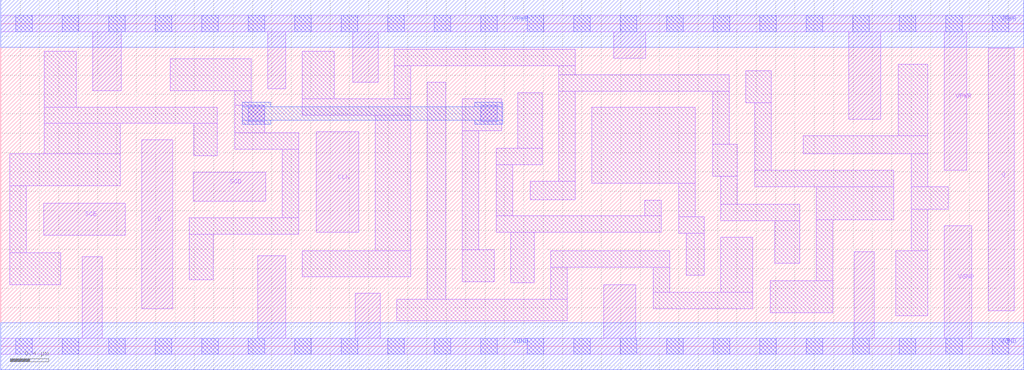
<source format=lef>
# Copyright 2020 The SkyWater PDK Authors
#
# Licensed under the Apache License, Version 2.0 (the "License");
# you may not use this file except in compliance with the License.
# You may obtain a copy of the License at
#
#     https://www.apache.org/licenses/LICENSE-2.0
#
# Unless required by applicable law or agreed to in writing, software
# distributed under the License is distributed on an "AS IS" BASIS,
# WITHOUT WARRANTIES OR CONDITIONS OF ANY KIND, either express or implied.
# See the License for the specific language governing permissions and
# limitations under the License.
#
# SPDX-License-Identifier: Apache-2.0

VERSION 5.7 ;
  NAMESCASESENSITIVE ON ;
  NOWIREEXTENSIONATPIN ON ;
  DIVIDERCHAR "/" ;
  BUSBITCHARS "[]" ;
UNITS
  DATABASE MICRONS 200 ;
END UNITS
MACRO sky130_fd_sc_lp__sdfxtp_1
  CLASS CORE ;
  SOURCE USER ;
  FOREIGN sky130_fd_sc_lp__sdfxtp_1 ;
  ORIGIN  0.000000  0.000000 ;
  SIZE  10.56000 BY  3.330000 ;
  SYMMETRY X Y R90 ;
  SITE unit ;
  PIN D
    ANTENNAGATEAREA  0.159000 ;
    DIRECTION INPUT ;
    USE SIGNAL ;
    PORT
      LAYER li1 ;
        RECT 1.455000 0.385000 1.775000 2.130000 ;
    END
  END D
  PIN Q
    ANTENNADIFFAREA  0.556500 ;
    DIRECTION OUTPUT ;
    USE SIGNAL ;
    PORT
      LAYER li1 ;
        RECT 10.195000 0.365000 10.465000 3.075000 ;
    END
  END Q
  PIN SCD
    ANTENNAGATEAREA  0.159000 ;
    DIRECTION INPUT ;
    USE SIGNAL ;
    PORT
      LAYER li1 ;
        RECT 1.985000 1.495000 2.735000 1.795000 ;
    END
  END SCD
  PIN SCE
    ANTENNAGATEAREA  0.318000 ;
    DIRECTION INPUT ;
    USE SIGNAL ;
    PORT
      LAYER li1 ;
        RECT 0.445000 1.145000 1.285000 1.475000 ;
    END
  END SCE
  PIN CLK
    ANTENNAGATEAREA  0.159000 ;
    DIRECTION INPUT ;
    USE CLOCK ;
    PORT
      LAYER li1 ;
        RECT 3.255000 1.175000 3.695000 2.215000 ;
    END
  END CLK
  PIN VGND
    DIRECTION INOUT ;
    USE GROUND ;
    PORT
      LAYER li1 ;
        RECT 0.000000 -0.085000 10.560000 0.085000 ;
        RECT 0.840000  0.085000  1.050000 0.925000 ;
        RECT 2.655000  0.085000  2.945000 0.935000 ;
        RECT 3.660000  0.085000  3.920000 0.545000 ;
        RECT 6.225000  0.085000  6.555000 0.635000 ;
        RECT 8.810000  0.085000  9.020000 0.975000 ;
        RECT 9.740000  0.085000 10.025000 1.245000 ;
      LAYER mcon ;
        RECT  0.155000 -0.085000  0.325000 0.085000 ;
        RECT  0.635000 -0.085000  0.805000 0.085000 ;
        RECT  1.115000 -0.085000  1.285000 0.085000 ;
        RECT  1.595000 -0.085000  1.765000 0.085000 ;
        RECT  2.075000 -0.085000  2.245000 0.085000 ;
        RECT  2.555000 -0.085000  2.725000 0.085000 ;
        RECT  3.035000 -0.085000  3.205000 0.085000 ;
        RECT  3.515000 -0.085000  3.685000 0.085000 ;
        RECT  3.995000 -0.085000  4.165000 0.085000 ;
        RECT  4.475000 -0.085000  4.645000 0.085000 ;
        RECT  4.955000 -0.085000  5.125000 0.085000 ;
        RECT  5.435000 -0.085000  5.605000 0.085000 ;
        RECT  5.915000 -0.085000  6.085000 0.085000 ;
        RECT  6.395000 -0.085000  6.565000 0.085000 ;
        RECT  6.875000 -0.085000  7.045000 0.085000 ;
        RECT  7.355000 -0.085000  7.525000 0.085000 ;
        RECT  7.835000 -0.085000  8.005000 0.085000 ;
        RECT  8.315000 -0.085000  8.485000 0.085000 ;
        RECT  8.795000 -0.085000  8.965000 0.085000 ;
        RECT  9.275000 -0.085000  9.445000 0.085000 ;
        RECT  9.755000 -0.085000  9.925000 0.085000 ;
        RECT 10.235000 -0.085000 10.405000 0.085000 ;
      LAYER met1 ;
        RECT 0.000000 -0.245000 10.560000 0.245000 ;
    END
  END VGND
  PIN VPWR
    DIRECTION INOUT ;
    USE POWER ;
    PORT
      LAYER li1 ;
        RECT 0.000000 3.245000 10.560000 3.415000 ;
        RECT 0.950000 2.640000  1.245000 3.245000 ;
        RECT 2.755000 2.660000  2.945000 3.245000 ;
        RECT 3.635000 2.725000  3.895000 3.245000 ;
        RECT 6.330000 2.975000  6.660000 3.245000 ;
        RECT 8.755000 2.345000  9.085000 3.245000 ;
        RECT 9.740000 1.815000  9.975000 3.245000 ;
      LAYER mcon ;
        RECT  0.155000 3.245000  0.325000 3.415000 ;
        RECT  0.635000 3.245000  0.805000 3.415000 ;
        RECT  1.115000 3.245000  1.285000 3.415000 ;
        RECT  1.595000 3.245000  1.765000 3.415000 ;
        RECT  2.075000 3.245000  2.245000 3.415000 ;
        RECT  2.555000 3.245000  2.725000 3.415000 ;
        RECT  3.035000 3.245000  3.205000 3.415000 ;
        RECT  3.515000 3.245000  3.685000 3.415000 ;
        RECT  3.995000 3.245000  4.165000 3.415000 ;
        RECT  4.475000 3.245000  4.645000 3.415000 ;
        RECT  4.955000 3.245000  5.125000 3.415000 ;
        RECT  5.435000 3.245000  5.605000 3.415000 ;
        RECT  5.915000 3.245000  6.085000 3.415000 ;
        RECT  6.395000 3.245000  6.565000 3.415000 ;
        RECT  6.875000 3.245000  7.045000 3.415000 ;
        RECT  7.355000 3.245000  7.525000 3.415000 ;
        RECT  7.835000 3.245000  8.005000 3.415000 ;
        RECT  8.315000 3.245000  8.485000 3.415000 ;
        RECT  8.795000 3.245000  8.965000 3.415000 ;
        RECT  9.275000 3.245000  9.445000 3.415000 ;
        RECT  9.755000 3.245000  9.925000 3.415000 ;
        RECT 10.235000 3.245000 10.405000 3.415000 ;
      LAYER met1 ;
        RECT 0.000000 3.085000 10.560000 3.575000 ;
    END
  END VPWR
  OBS
    LAYER li1 ;
      RECT 0.095000 0.635000 0.620000 0.965000 ;
      RECT 0.095000 0.965000 0.265000 1.655000 ;
      RECT 0.095000 1.655000 1.235000 1.985000 ;
      RECT 0.450000 1.985000 1.235000 2.300000 ;
      RECT 0.450000 2.300000 2.235000 2.470000 ;
      RECT 0.450000 2.470000 0.780000 3.045000 ;
      RECT 1.750000 2.640000 2.585000 2.970000 ;
      RECT 1.945000 0.685000 2.195000 1.155000 ;
      RECT 1.945000 1.155000 3.075000 1.325000 ;
      RECT 1.995000 1.965000 2.235000 2.300000 ;
      RECT 2.415000 2.035000 3.075000 2.205000 ;
      RECT 2.415000 2.205000 2.725000 2.490000 ;
      RECT 2.415000 2.490000 2.585000 2.640000 ;
      RECT 2.905000 1.325000 3.075000 2.035000 ;
      RECT 3.115000 0.715000 4.235000 0.985000 ;
      RECT 3.115000 2.385000 4.235000 2.555000 ;
      RECT 3.115000 2.555000 3.445000 3.045000 ;
      RECT 3.865000 0.985000 4.235000 2.385000 ;
      RECT 4.065000 2.555000 4.235000 2.895000 ;
      RECT 4.065000 2.895000 5.930000 3.065000 ;
      RECT 4.090000 0.265000 5.850000 0.485000 ;
      RECT 4.405000 0.485000 4.595000 2.725000 ;
      RECT 4.765000 0.665000 5.095000 0.995000 ;
      RECT 4.765000 0.995000 4.935000 2.225000 ;
      RECT 4.765000 2.225000 5.170000 2.555000 ;
      RECT 5.115000 1.175000 6.820000 1.345000 ;
      RECT 5.115000 1.345000 5.285000 1.875000 ;
      RECT 5.115000 1.875000 5.590000 2.045000 ;
      RECT 5.265000 0.655000 5.510000 1.175000 ;
      RECT 5.340000 2.045000 5.590000 2.615000 ;
      RECT 5.465000 1.515000 5.930000 1.705000 ;
      RECT 5.680000 0.485000 5.850000 0.815000 ;
      RECT 5.680000 0.815000 6.905000 0.985000 ;
      RECT 5.760000 1.705000 5.930000 2.635000 ;
      RECT 5.760000 2.635000 7.520000 2.805000 ;
      RECT 5.760000 2.805000 5.930000 2.895000 ;
      RECT 6.100000 1.685000 7.170000 2.465000 ;
      RECT 6.650000 1.345000 6.820000 1.505000 ;
      RECT 6.735000 0.385000 7.765000 0.555000 ;
      RECT 6.735000 0.555000 6.905000 0.815000 ;
      RECT 7.000000 1.165000 7.265000 1.335000 ;
      RECT 7.000000 1.335000 7.170000 1.685000 ;
      RECT 7.075000 0.735000 7.265000 1.165000 ;
      RECT 7.350000 1.755000 7.605000 2.085000 ;
      RECT 7.350000 2.085000 7.520000 2.635000 ;
      RECT 7.435000 0.555000 7.765000 1.125000 ;
      RECT 7.435000 1.295000 8.250000 1.465000 ;
      RECT 7.435000 1.465000 7.605000 1.755000 ;
      RECT 7.690000 2.515000 7.955000 2.845000 ;
      RECT 7.785000 1.645000 9.220000 1.815000 ;
      RECT 7.785000 1.815000 7.955000 2.515000 ;
      RECT 7.945000 0.345000 8.590000 0.675000 ;
      RECT 7.990000 0.855000 8.250000 1.295000 ;
      RECT 8.285000 1.985000 9.570000 2.175000 ;
      RECT 8.420000 0.675000 8.590000 1.305000 ;
      RECT 8.420000 1.305000 9.220000 1.645000 ;
      RECT 9.240000 0.315000 9.570000 0.985000 ;
      RECT 9.265000 2.175000 9.570000 2.910000 ;
      RECT 9.400000 0.985000 9.570000 1.415000 ;
      RECT 9.400000 1.415000 9.780000 1.645000 ;
      RECT 9.400000 1.645000 9.570000 1.985000 ;
    LAYER mcon ;
      RECT 2.555000 2.320000 2.725000 2.490000 ;
      RECT 4.955000 2.320000 5.125000 2.490000 ;
    LAYER met1 ;
      RECT 2.495000 2.290000 2.785000 2.335000 ;
      RECT 2.495000 2.335000 5.185000 2.475000 ;
      RECT 2.495000 2.475000 2.785000 2.520000 ;
      RECT 4.895000 2.290000 5.185000 2.335000 ;
      RECT 4.895000 2.475000 5.185000 2.520000 ;
  END
END sky130_fd_sc_lp__sdfxtp_1

</source>
